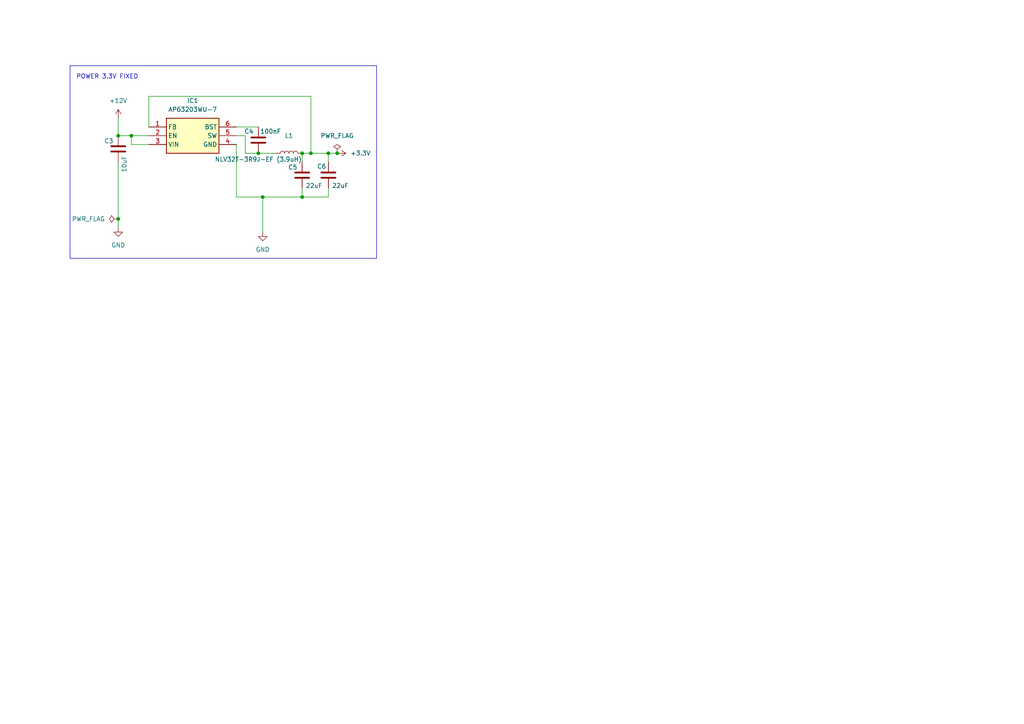
<source format=kicad_sch>
(kicad_sch (version 20250114) (generator "eeschema") (generator_version "9.0")
  (paper "A4")
  (lib_symbols
    (symbol "Converter_DCDC:AP63203WU-7"
      (property "Reference" "IC" (at 21.59 7.62 0))
      (property "Value" "AP63203WU-7" (at 21.59 5.08 0))
      (symbol "AP63203WU-7_1_1"
        (rectangle (start 5.08 2.54) (end 20.32 -7.62) (stroke (width 0.254)) (fill (type background)))
        (pin passive line (at 0 0 0) (length 5.08) (name "FB") (number "1"))
        (pin passive line (at 0 -2.54 0) (length 5.08) (name "EN") (number "2"))
        (pin passive line (at 0 -5.08 0) (length 5.08) (name "VIN") (number "3"))
        (pin passive line (at 25.4 0 180) (length 5.08) (name "BST") (number "6"))
        (pin passive line (at 25.4 -2.54 180) (length 5.08) (name "SW") (number "5"))
        (pin passive line (at 25.4 -5.08 180) (length 5.08) (name "GND") (number "4"))
      )
    )
    (symbol "Device:C" (pin_numbers (hide yes)) (pin_names (offset 0.254))
      (property "Reference" "C" (at 0.635 2.54 0))
      (property "Value" "C" (at 0.635 -2.54 0))
      (symbol "C_0_1"
        (polyline (pts (xy -2.032 0.762) (xy 2.032 0.762)) (stroke (width 0.508)))
        (polyline (pts (xy -2.032 -0.762) (xy 2.032 -0.762)) (stroke (width 0.508)))
      )
      (symbol "C_1_1"
        (pin passive line (at 0 3.81 270) (length 2.794) (name "~") (number "1"))
        (pin passive line (at 0 -3.81 90) (length 2.794) (name "~") (number "2"))
      )
    )
    (symbol "Device:L" (pin_numbers (hide yes)) (pin_names (offset 1.016) (hide yes))
      (property "Reference" "L" (at -1.27 0 90))
      (property "Value" "L" (at 1.905 0 90))
      (symbol "L_0_1"
        (arc (start 0 2.54) (mid 0.6323 1.905) (end 0 1.27))
        (arc (start 0 1.27) (mid 0.6323 0.635) (end 0 0))
        (arc (start 0 0) (mid 0.6323 -0.635) (end 0 -1.27))
        (arc (start 0 -1.27) (mid 0.6323 -1.905) (end 0 -2.54))
      )
      (symbol "L_1_1"
        (pin passive line (at 0 3.81 270) (length 1.27) (name "1") (number "1"))
        (pin passive line (at 0 -3.81 90) (length 1.27) (name "2") (number "2"))
      )
    )
    (symbol "power:+12V" (power) (pin_numbers (hide yes)) (pin_names (offset 0) (hide yes))
      (property "Value" "+12V" (at 0 3.556 0))
      (symbol "+12V_0_1"
        (polyline (pts (xy -0.762 1.27) (xy 0 2.54)))
        (polyline (pts (xy 0 2.54) (xy 0.762 1.27)))
        (polyline (pts (xy 0 0) (xy 0 2.54)))
      )
      (symbol "+12V_1_1"
        (pin power_in line (at 0 0 90) (length 0) (name "~") (number "1"))
      )
    )
    (symbol "power:+3.3V" (power) (pin_numbers (hide yes)) (pin_names (offset 0) (hide yes))
      (property "Value" "+3.3V" (at 0 3.556 0))
      (symbol "+3.3V_0_1"
        (polyline (pts (xy -0.762 1.27) (xy 0 2.54)))
        (polyline (pts (xy 0 2.54) (xy 0.762 1.27)))
        (polyline (pts (xy 0 0) (xy 0 2.54)))
      )
      (symbol "+3.3V_1_1"
        (pin power_in line (at 0 0 90) (length 0) (name "~") (number "1"))
      )
    )
    (symbol "power:GND" (power) (pin_numbers (hide yes)) (pin_names (offset 0) (hide yes))
      (property "Value" "GND" (at 0 -3.81 0))
      (symbol "GND_0_1"
        (polyline (pts (xy 0 0) (xy 0 -1.27) (xy 1.27 -1.27) (xy 0 -2.54) (xy -1.27 -1.27) (xy 0 -1.27)))
      )
      (symbol "GND_1_1"
        (pin power_in line (at 0 0 270) (length 0) (name "~") (number "1"))
      )
    )
    (symbol "power:GND1" (power) (pin_numbers (hide yes)) (pin_names (offset 0) (hide yes))
      (property "Value" "GND1" (at 0 -3.81 0))
      (symbol "GND1_0_1"
        (polyline (pts (xy 0 0) (xy 0 -1.27) (xy 1.27 -1.27) (xy 0 -2.54) (xy -1.27 -1.27) (xy 0 -1.27)))
      )
      (symbol "GND1_1_1"
        (pin power_in line (at 0 0 270) (length 0) (name "~") (number "1"))
      )
    )
    (symbol "power:PWR_FLAG" (power) (pin_numbers (hide yes)) (pin_names (offset 0) (hide yes))
      (property "Value" "PWR_FLAG" (at 0 3.81 0))
      (symbol "PWR_FLAG_0_0"
        (pin power_out line (at 0 0 90) (length 0) (name "~") (number "1"))
      )
      (symbol "PWR_FLAG_0_1"
        (polyline (pts (xy 0 0) (xy 0 1.27) (xy -1.016 1.905) (xy 0 2.54) (xy 1.016 1.905) (xy 0 1.27)))
      )
    )
  )
  (rectangle (start 20.32 19.05) (end 109.22 74.93))
  (text "POWER 3.3V FIXED" (at 22.098 21.59 0) (effects (font (size 1.27 1.27)) (justify left top)))
  (junction (at 76.2 57.15))
  (junction (at 87.63 44.45))
  (junction (at 38.1 39.37))
  (junction (at 90.17 44.45))
  (junction (at 34.29 39.37))
  (junction (at 74.93 44.45))
  (junction (at 95.25 44.45))
  (junction (at 97.79 44.45))
  (junction (at 34.29 63.5))
  (junction (at 87.63 57.15))
  (wire (pts (xy 68.58 41.91) (xy 68.58 57.15)))
  (wire (pts (xy 43.18 27.94) (xy 43.18 36.83)))
  (wire (pts (xy 76.2 57.15) (xy 87.63 57.15)))
  (wire (pts (xy 90.17 27.94) (xy 43.18 27.94)))
  (wire (pts (xy 34.29 63.5) (xy 34.29 66.04)))
  (wire (pts (xy 95.25 46.99) (xy 95.25 44.45)))
  (wire (pts (xy 87.63 57.15) (xy 95.25 57.15)))
  (wire (pts (xy 71.12 44.45) (xy 74.93 44.45)))
  (wire (pts (xy 90.17 44.45) (xy 90.17 27.94)))
  (wire (pts (xy 87.63 54.61) (xy 87.63 57.15)))
  (wire (pts (xy 38.1 39.37) (xy 43.18 39.37)))
  (wire (pts (xy 87.63 44.45) (xy 90.17 44.45)))
  (wire (pts (xy 68.58 57.15) (xy 76.2 57.15)))
  (wire (pts (xy 38.1 41.91) (xy 38.1 39.37)))
  (wire (pts (xy 95.25 44.45) (xy 97.79 44.45)))
  (wire (pts (xy 95.25 54.61) (xy 95.25 57.15)))
  (wire (pts (xy 34.29 39.37) (xy 38.1 39.37)))
  (wire (pts (xy 90.17 44.45) (xy 95.25 44.45)))
  (wire (pts (xy 38.1 41.91) (xy 43.18 41.91)))
  (wire (pts (xy 74.93 44.45) (xy 80.01 44.45)))
  (wire (pts (xy 68.58 36.83) (xy 74.93 36.83)))
  (wire (pts (xy 34.29 46.99) (xy 34.29 63.5)))
  (wire (pts (xy 76.2 57.15) (xy 76.2 67.31)))
  (wire (pts (xy 34.29 34.29) (xy 34.29 39.37)))
  (wire (pts (xy 71.12 39.37) (xy 71.12 44.45)))
  (wire (pts (xy 68.58 39.37) (xy 71.12 39.37)))
  (wire (pts (xy 87.63 46.99) (xy 87.63 44.45)))
  (symbol (lib_id "Device:L") (at 83.82 44.45 90) (unit 1)
    (property "Reference" "L1" (at 83.82 39.37 90))
    (property "Value" "NLV32T-3R9J-EF (3.9uH)" (at 74.93 46.228 90))
    (property "Footprint" "Inductor_SMD:NLV32T-3R9J-EF" (effects (hide yes)))
    (property "Datasheet" "https://product.tdk.com/system/files/dam/doc/product/inductor/inductor/smd/catalog/inductor_commercial_standard_nlv32-ef_en.pdf?ref_disty=mouser" (effects (hide yes)))
    (property "Description" "Mouser: NLV32T-3R9J-EF" (effects (hide yes)))
  )
  (symbol (lib_id "Device:C") (at 34.29 43.18 0) (unit 1)
    (property "Reference" "C3" (at 30.226 40.894 0) (effects (justify left)))
    (property "Value" "10uF" (at 36.068 50.038 90) (effects (justify left)))
    (property "Footprint" "Capacitor_SMD:C_1206_3216Metric" (effects (hide yes)))
    (property "Description" "Unpolarized capacitor" (effects (hide yes)))
  )
  (symbol (lib_id "Converter_DCDC:AP63203WU-7") (at 43.18 36.83 0) (unit 1)
    (property "Reference" "IC1" (at 55.88 29.21 0))
    (property "Value" "AP63203WU-7" (at 55.88 31.75 0))
    (property "Footprint" "CustomLibraries:AP63203WU7" (effects (hide yes)))
    (property "Datasheet" "https://www.diodes.com/assets/Datasheets/AP63200-AP63201-AP63203-AP63205.pdf" (effects (hide yes)))
    (property "Description" "Switching Voltage Regulators DCDC Conv HV Buck TSOT26 T&R 3K" (effects (hide yes)))
    (property "Height" "1" (effects (hide yes)))
    (property "Mouser Part Number" "621-AP63203WU-7" (effects (hide yes)))
    (property "Mouser Price/Stock" "https://www.mouser.co.uk/ProductDetail/Diodes-Incorporated/AP63203WU-7?qs=u16ybLDytRZ1JqxbuLkMJw%3D%3D" (effects (hide yes)))
    (property "Manufacturer_Name" "Diodes Incorporated" (effects (hide yes)))
    (property "Manufacturer_Part_Number" "AP63203WU-7" (effects (hide yes)))
  )
  (symbol (lib_id "power:+12V") (at 34.29 34.29 0) (unit 1)
    (property "Reference" "#PWR014" (effects (hide yes)))
    (property "Value" "+12V" (at 34.29 29.21 0))
    (property "Description" "Power symbol creates a global label with name \"+12V\"" (effects (hide yes)))
  )
  (symbol (lib_id "Device:C") (at 95.25 50.8 0) (unit 1)
    (property "Reference" "C6" (at 91.948 48.26 0) (effects (justify left)))
    (property "Value" "22uF" (at 96.266 53.848 0) (effects (justify left)))
    (property "Footprint" "Capacitor_SMD:C_1206_3216Metric_Pad1.33x1.80mm_HandSolder" (effects (hide yes)))
    (property "Description" "Unpolarized capacitor" (effects (hide yes)))
  )
  (symbol (lib_id "power:PWR_FLAG") (at 97.79 44.45 0) (unit 1)
    (property "Reference" "#FLG05" (effects (hide yes)))
    (property "Value" "PWR_FLAG" (at 97.79 39.37 0))
    (property "Description" "Special symbol for telling ERC where power comes from" (effects (hide yes)))
  )
  (symbol (lib_id "Device:C") (at 87.63 50.8 0) (unit 1)
    (property "Reference" "C5" (at 83.566 48.514 0) (effects (justify left)))
    (property "Value" "22uF" (at 88.646 53.848 0) (effects (justify left)))
    (property "Footprint" "Capacitor_SMD:C_1206_3216Metric_Pad1.33x1.80mm_HandSolder" (effects (hide yes)))
    (property "Description" "Unpolarized capacitor" (effects (hide yes)))
  )
  (symbol (lib_id "power:+3.3V") (at 97.79 44.45 270) (unit 1)
    (property "Reference" "#PWR021" (effects (hide yes)))
    (property "Value" "+3.3V" (at 101.6 44.4499 90) (effects (justify left)))
    (property "Description" "Power symbol creates a global label with name \"+3.3V\"" (effects (hide yes)))
  )
  (symbol (lib_id "power:GND1") (at 34.29 66.04 0) (unit 1)
    (property "Reference" "#PWR015" (effects (hide yes)))
    (property "Value" "GND" (at 34.29 71.12 0))
    (property "Description" "Power symbol creates a global label with name \"GND1\" , ground" (effects (hide yes)))
  )
  (symbol (lib_id "Device:C") (at 74.93 40.64 0) (unit 1)
    (property "Reference" "C4" (at 70.866 38.1 0) (effects (justify left)))
    (property "Value" "100nF" (at 75.438 38.1 0) (effects (justify left)))
    (property "Footprint" "Capacitor_SMD:C_1206_3216Metric" (effects (hide yes)))
    (property "Description" "Unpolarized capacitor" (effects (hide yes)))
  )
  (symbol (lib_id "power:GND") (at 76.2 67.31 0) (unit 1)
    (property "Reference" "#PWR020" (effects (hide yes)))
    (property "Value" "GND" (at 76.2 72.39 0))
    (property "Description" "Power symbol creates a global label with name \"GND\" , ground" (effects (hide yes)))
  )
  (symbol (lib_id "power:PWR_FLAG") (at 34.29 63.5 90) (unit 1)
    (property "Reference" "#FLG06" (effects (hide yes)))
    (property "Value" "PWR_FLAG" (at 30.48 63.4999 90) (effects (justify left)))
    (property "Description" "Special symbol for telling ERC where power comes from" (effects (hide yes)))
  )
)
</source>
